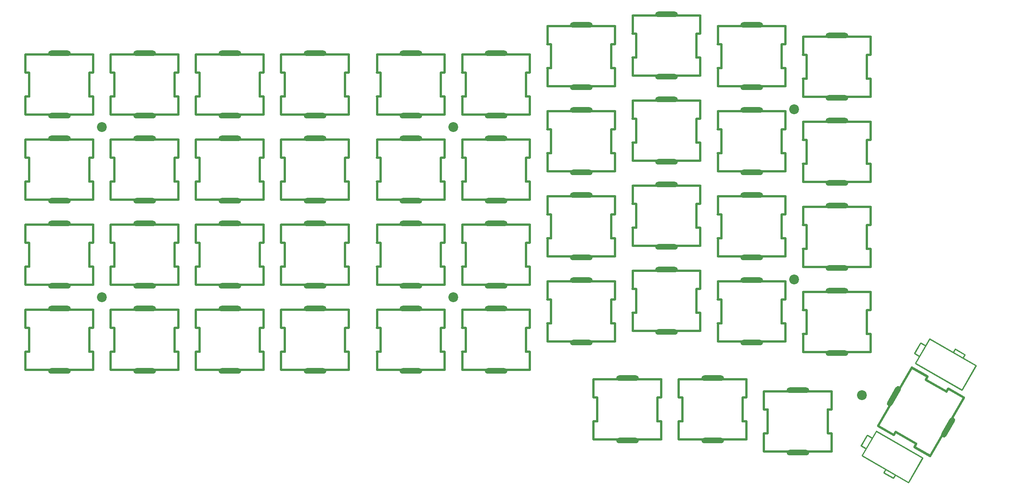
<source format=gbr>
%TF.GenerationSoftware,KiCad,Pcbnew,(5.1.9-0-10_14)*%
%TF.CreationDate,2021-04-25T18:45:20-05:00*%
%TF.ProjectId,wren-numpad,7772656e-2d6e-4756-9d70-61642e6b6963,rev?*%
%TF.SameCoordinates,Original*%
%TF.FileFunction,Soldermask,Bot*%
%TF.FilePolarity,Negative*%
%FSLAX46Y46*%
G04 Gerber Fmt 4.6, Leading zero omitted, Abs format (unit mm)*
G04 Created by KiCad (PCBNEW (5.1.9-0-10_14)) date 2021-04-25 18:45:20*
%MOMM*%
%LPD*%
G01*
G04 APERTURE LIST*
%ADD10O,1.333500X0.508000*%
%ADD11O,5.080000X1.270000*%
%ADD12O,0.508000X5.842000*%
%ADD13O,0.508000X4.572000*%
%ADD14O,15.595600X0.508000*%
%ADD15C,2.200000*%
G04 APERTURE END LIST*
%TO.C,REF\u002A\u002A*%
G36*
G01*
X239483904Y-94215117D02*
X239483904Y-94215117D01*
G75*
G02*
X239539686Y-94423299I-76200J-131982D01*
G01*
X238168086Y-96798979D01*
G75*
G02*
X237959904Y-96854761I-131982J76200D01*
G01*
X237959904Y-96854761D01*
G75*
G02*
X237904122Y-96646579I76200J131982D01*
G01*
X239275722Y-94270899D01*
G75*
G02*
X239483904Y-94215117I131982J-76200D01*
G01*
G37*
G36*
G01*
X238178295Y-96628897D02*
X239190159Y-97213097D01*
G75*
G02*
X239245941Y-97421279I-76200J-131982D01*
G01*
X239245941Y-97421279D01*
G75*
G02*
X239037759Y-97477061I-131982J76200D01*
G01*
X238025895Y-96892861D01*
G75*
G02*
X237970113Y-96684679I76200J131982D01*
G01*
X237970113Y-96684679D01*
G75*
G02*
X238178295Y-96628897I131982J-76200D01*
G01*
G37*
G36*
G01*
X239549895Y-94253216D02*
X240561759Y-94837416D01*
G75*
G02*
X240617541Y-95045598I-76200J-131982D01*
G01*
X240617541Y-95045598D01*
G75*
G02*
X240409359Y-95101380I-131982J76200D01*
G01*
X239397495Y-94517180D01*
G75*
G02*
X239341713Y-94308998I76200J131982D01*
G01*
X239341713Y-94308998D01*
G75*
G02*
X239549895Y-94253216I131982J-76200D01*
G01*
G37*
G36*
G01*
X247240541Y-95613826D02*
X247240541Y-95613826D01*
G75*
G02*
X247296323Y-95822008I-76200J-131982D01*
G01*
X246864523Y-96569908D01*
G75*
G02*
X246656341Y-96625690I-131982J76200D01*
G01*
X246656341Y-96625690D01*
G75*
G02*
X246600559Y-96417508I76200J131982D01*
G01*
X247032359Y-95669608D01*
G75*
G02*
X247240541Y-95613826I131982J-76200D01*
G01*
G37*
G36*
G01*
X241529451Y-93313726D02*
X241529451Y-93313726D01*
G75*
G02*
X241585233Y-93521908I-76200J-131982D01*
G01*
X238410233Y-99021170D01*
G75*
G02*
X238202051Y-99076952I-131982J76200D01*
G01*
X238202051Y-99076952D01*
G75*
G02*
X238146269Y-98868770I76200J131982D01*
G01*
X241321269Y-93369508D01*
G75*
G02*
X241529451Y-93313726I131982J-76200D01*
G01*
G37*
G36*
G01*
X238354450Y-98812987D02*
X248737056Y-104807387D01*
G75*
G02*
X248792838Y-105015569I-76200J-131982D01*
G01*
X248792838Y-105015569D01*
G75*
G02*
X248584656Y-105071351I-131982J76200D01*
G01*
X238202050Y-99076951D01*
G75*
G02*
X238146268Y-98868769I76200J131982D01*
G01*
X238146268Y-98868769D01*
G75*
G02*
X238354450Y-98812987I131982J-76200D01*
G01*
G37*
G36*
G01*
X241529450Y-93313726D02*
X251912056Y-99308126D01*
G75*
G02*
X251967838Y-99516308I-76200J-131982D01*
G01*
X251967838Y-99516308D01*
G75*
G02*
X251759656Y-99572090I-131982J76200D01*
G01*
X241377050Y-93577690D01*
G75*
G02*
X241321268Y-93369508I76200J131982D01*
G01*
X241321268Y-93369508D01*
G75*
G02*
X241529450Y-93313726I131982J-76200D01*
G01*
G37*
G36*
G01*
X247240542Y-95613827D02*
X249396252Y-96858427D01*
G75*
G02*
X249452034Y-97066609I-76200J-131982D01*
G01*
X249452034Y-97066609D01*
G75*
G02*
X249243852Y-97122391I-131982J76200D01*
G01*
X247088142Y-95877791D01*
G75*
G02*
X247032360Y-95669609I76200J131982D01*
G01*
X247032360Y-95669609D01*
G75*
G02*
X247240542Y-95613827I131982J-76200D01*
G01*
G37*
G36*
G01*
X249396252Y-96858426D02*
X249396252Y-96858426D01*
G75*
G02*
X249452034Y-97066608I-76200J-131982D01*
G01*
X249020234Y-97814508D01*
G75*
G02*
X248812052Y-97870290I-131982J76200D01*
G01*
X248812052Y-97870290D01*
G75*
G02*
X248756270Y-97662108I76200J131982D01*
G01*
X249188070Y-96914208D01*
G75*
G02*
X249396252Y-96858426I131982J-76200D01*
G01*
G37*
G36*
G01*
X251912056Y-99308126D02*
X251912056Y-99308126D01*
G75*
G02*
X251967838Y-99516308I-76200J-131982D01*
G01*
X248792838Y-105015570D01*
G75*
G02*
X248584656Y-105071352I-131982J76200D01*
G01*
X248584656Y-105071352D01*
G75*
G02*
X248528874Y-104863170I76200J131982D01*
G01*
X251703874Y-99363908D01*
G75*
G02*
X251912056Y-99308126I131982J-76200D01*
G01*
G37*
G36*
G01*
X231695741Y-122538210D02*
X231695741Y-122538210D01*
G75*
G02*
X231751523Y-122746392I-76200J-131982D01*
G01*
X231319723Y-123494292D01*
G75*
G02*
X231111541Y-123550074I-131982J76200D01*
G01*
X231111541Y-123550074D01*
G75*
G02*
X231055759Y-123341892I76200J131982D01*
G01*
X231487559Y-122593992D01*
G75*
G02*
X231695741Y-122538210I131982J-76200D01*
G01*
G37*
G36*
G01*
X226240295Y-117306120D02*
X227252159Y-117890320D01*
G75*
G02*
X227307941Y-118098502I-76200J-131982D01*
G01*
X227307941Y-118098502D01*
G75*
G02*
X227099759Y-118154284I-131982J76200D01*
G01*
X226087895Y-117570084D01*
G75*
G02*
X226032113Y-117361902I76200J131982D01*
G01*
X226032113Y-117361902D01*
G75*
G02*
X226240295Y-117306120I131982J-76200D01*
G01*
G37*
G36*
G01*
X233851452Y-123782810D02*
X233851452Y-123782810D01*
G75*
G02*
X233907234Y-123990992I-76200J-131982D01*
G01*
X233475434Y-124738892D01*
G75*
G02*
X233267252Y-124794674I-131982J76200D01*
G01*
X233267252Y-124794674D01*
G75*
G02*
X233211470Y-124586492I76200J131982D01*
G01*
X233643270Y-123838592D01*
G75*
G02*
X233851452Y-123782810I131982J-76200D01*
G01*
G37*
G36*
G01*
X227611895Y-114930439D02*
X228623759Y-115514639D01*
G75*
G02*
X228679541Y-115722821I-76200J-131982D01*
G01*
X228679541Y-115722821D01*
G75*
G02*
X228471359Y-115778603I-131982J76200D01*
G01*
X227459495Y-115194403D01*
G75*
G02*
X227403713Y-114986221I76200J131982D01*
G01*
X227403713Y-114986221D01*
G75*
G02*
X227611895Y-114930439I131982J-76200D01*
G01*
G37*
G36*
G01*
X231263942Y-123286109D02*
X233419652Y-124530709D01*
G75*
G02*
X233475434Y-124738891I-76200J-131982D01*
G01*
X233475434Y-124738891D01*
G75*
G02*
X233267252Y-124794673I-131982J76200D01*
G01*
X231111542Y-123550073D01*
G75*
G02*
X231055760Y-123341891I76200J131982D01*
G01*
X231055760Y-123341891D01*
G75*
G02*
X231263942Y-123286109I131982J-76200D01*
G01*
G37*
G36*
G01*
X226416450Y-119490210D02*
X236799056Y-125484610D01*
G75*
G02*
X236854838Y-125692792I-76200J-131982D01*
G01*
X236854838Y-125692792D01*
G75*
G02*
X236646656Y-125748574I-131982J76200D01*
G01*
X226264050Y-119754174D01*
G75*
G02*
X226208268Y-119545992I76200J131982D01*
G01*
X226208268Y-119545992D01*
G75*
G02*
X226416450Y-119490210I131982J-76200D01*
G01*
G37*
G36*
G01*
X229591451Y-113990948D02*
X229591451Y-113990948D01*
G75*
G02*
X229647233Y-114199130I-76200J-131982D01*
G01*
X226472233Y-119698392D01*
G75*
G02*
X226264051Y-119754174I-131982J76200D01*
G01*
X226264051Y-119754174D01*
G75*
G02*
X226208269Y-119545992I76200J131982D01*
G01*
X229383269Y-114046730D01*
G75*
G02*
X229591451Y-113990948I131982J-76200D01*
G01*
G37*
G36*
G01*
X229591450Y-113990949D02*
X239974056Y-119985349D01*
G75*
G02*
X240029838Y-120193531I-76200J-131982D01*
G01*
X240029838Y-120193531D01*
G75*
G02*
X239821656Y-120249313I-131982J76200D01*
G01*
X229439050Y-114254913D01*
G75*
G02*
X229383268Y-114046731I76200J131982D01*
G01*
X229383268Y-114046731D01*
G75*
G02*
X229591450Y-113990949I131982J-76200D01*
G01*
G37*
G36*
G01*
X239974056Y-119985348D02*
X239974056Y-119985348D01*
G75*
G02*
X240029838Y-120193530I-76200J-131982D01*
G01*
X236854838Y-125692792D01*
G75*
G02*
X236646656Y-125748574I-131982J76200D01*
G01*
X236646656Y-125748574D01*
G75*
G02*
X236590874Y-125540392I76200J131982D01*
G01*
X239765874Y-120041130D01*
G75*
G02*
X239974056Y-119985348I131982J-76200D01*
G01*
G37*
G36*
G01*
X227545904Y-114892339D02*
X227545904Y-114892339D01*
G75*
G02*
X227601686Y-115100521I-76200J-131982D01*
G01*
X226230086Y-117476201D01*
G75*
G02*
X226021904Y-117531983I-131982J76200D01*
G01*
X226021904Y-117531983D01*
G75*
G02*
X225966122Y-117323801I76200J131982D01*
G01*
X227337722Y-114948121D01*
G75*
G02*
X227545904Y-114892339I131982J-76200D01*
G01*
G37*
%TD*%
D10*
%TO.C,MX21*%
X227806250Y-73310750D03*
X213518750Y-73310750D03*
X227806250Y-67976750D03*
X213518750Y-67976750D03*
D11*
X220662500Y-77628750D03*
X220662500Y-63658750D03*
D12*
X213931500Y-70643750D03*
X227393500Y-70643750D03*
D13*
X213106000Y-75342750D03*
X228219000Y-75342750D03*
X228219000Y-65944750D03*
X213106000Y-65944750D03*
D14*
X220662500Y-77374750D03*
X220662500Y-63912750D03*
%TD*%
%TO.C,MX41*%
G36*
G01*
X245032190Y-105484003D02*
X245032190Y-105484003D01*
G75*
G02*
X244939220Y-105137033I127000J219970D01*
G01*
X245351970Y-104422129D01*
G75*
G02*
X245698940Y-104329159I219970J-127000D01*
G01*
X245698940Y-104329159D01*
G75*
G02*
X245791910Y-104676129I-127000J-219970D01*
G01*
X245379160Y-105391033D01*
G75*
G02*
X245032190Y-105484003I-219970J127000D01*
G01*
G37*
G36*
G01*
X237888440Y-117857341D02*
X237888440Y-117857341D01*
G75*
G02*
X237795470Y-117510371I127000J219970D01*
G01*
X238208220Y-116795467D01*
G75*
G02*
X238555190Y-116702497I219970J-127000D01*
G01*
X238555190Y-116702497D01*
G75*
G02*
X238648160Y-117049467I-127000J-219970D01*
G01*
X238235410Y-117764371D01*
G75*
G02*
X237888440Y-117857341I-219970J127000D01*
G01*
G37*
G36*
G01*
X240412810Y-102817003D02*
X240412810Y-102817003D01*
G75*
G02*
X240319840Y-102470033I127000J219970D01*
G01*
X240732590Y-101755129D01*
G75*
G02*
X241079560Y-101662159I219970J-127000D01*
G01*
X241079560Y-101662159D01*
G75*
G02*
X241172530Y-102009129I-127000J-219970D01*
G01*
X240759780Y-102724033D01*
G75*
G02*
X240412810Y-102817003I-219970J127000D01*
G01*
G37*
G36*
G01*
X233269060Y-115190341D02*
X233269060Y-115190341D01*
G75*
G02*
X233176090Y-114843371I127000J219970D01*
G01*
X233588840Y-114128467D01*
G75*
G02*
X233935810Y-114035497I219970J-127000D01*
G01*
X233935810Y-114035497D01*
G75*
G02*
X234028780Y-114382467I-127000J-219970D01*
G01*
X233616030Y-115097371D01*
G75*
G02*
X233269060Y-115190341I-219970J127000D01*
G01*
G37*
G36*
G01*
X244263187Y-115451954D02*
X244263187Y-115451954D01*
G75*
G02*
X244030761Y-114584528I317500J549926D01*
G01*
X245935761Y-111284972D01*
G75*
G02*
X246803187Y-111052546I549926J-317500D01*
G01*
X246803187Y-111052546D01*
G75*
G02*
X247035613Y-111919972I-317500J-549926D01*
G01*
X245130613Y-115219528D01*
G75*
G02*
X244263187Y-115451954I-549926J317500D01*
G01*
G37*
G36*
G01*
X232164813Y-108466954D02*
X232164813Y-108466954D01*
G75*
G02*
X231932387Y-107599528I317500J549926D01*
G01*
X233837387Y-104299972D01*
G75*
G02*
X234704813Y-104067546I549926J-317500D01*
G01*
X234704813Y-104067546D01*
G75*
G02*
X234937239Y-104934972I-317500J-549926D01*
G01*
X233032239Y-108234528D01*
G75*
G02*
X232164813Y-108466954I-549926J317500D01*
G01*
G37*
G36*
G01*
X238301190Y-117142437D02*
X233681810Y-114475437D01*
G75*
G02*
X233588840Y-114128467I127000J219970D01*
G01*
X233588840Y-114128467D01*
G75*
G02*
X233935810Y-114035497I219970J-127000D01*
G01*
X238555190Y-116702497D01*
G75*
G02*
X238648160Y-117049467I-127000J-219970D01*
G01*
X238648160Y-117049467D01*
G75*
G02*
X238301190Y-117142437I-219970J127000D01*
G01*
G37*
G36*
G01*
X245032190Y-105484003D02*
X240412810Y-102817003D01*
G75*
G02*
X240319840Y-102470033I127000J219970D01*
G01*
X240319840Y-102470033D01*
G75*
G02*
X240666810Y-102377063I219970J-127000D01*
G01*
X245286190Y-105044063D01*
G75*
G02*
X245379160Y-105391033I-127000J-219970D01*
G01*
X245379160Y-105391033D01*
G75*
G02*
X245032190Y-105484003I-219970J127000D01*
G01*
G37*
G36*
G01*
X241407967Y-119889341D02*
X237888439Y-117857341D01*
G75*
G02*
X237795469Y-117510371I127000J219970D01*
G01*
X237795469Y-117510371D01*
G75*
G02*
X238142439Y-117417401I219970J-127000D01*
G01*
X241661967Y-119449401D01*
G75*
G02*
X241754937Y-119796371I-127000J-219970D01*
G01*
X241754937Y-119796371D01*
G75*
G02*
X241407967Y-119889341I-219970J127000D01*
G01*
G37*
G36*
G01*
X248964467Y-106801099D02*
X245444939Y-104769099D01*
G75*
G02*
X245351969Y-104422129I127000J219970D01*
G01*
X245351969Y-104422129D01*
G75*
G02*
X245698939Y-104329159I219970J-127000D01*
G01*
X249218467Y-106361159D01*
G75*
G02*
X249311437Y-106708129I-127000J-219970D01*
G01*
X249311437Y-106708129D01*
G75*
G02*
X248964467Y-106801099I-219970J127000D01*
G01*
G37*
G36*
G01*
X240825561Y-102102099D02*
X237306033Y-100070099D01*
G75*
G02*
X237213063Y-99723129I127000J219970D01*
G01*
X237213063Y-99723129D01*
G75*
G02*
X237560033Y-99630159I219970J-127000D01*
G01*
X241079561Y-101662159D01*
G75*
G02*
X241172531Y-102009129I-127000J-219970D01*
G01*
X241172531Y-102009129D01*
G75*
G02*
X240825561Y-102102099I-219970J127000D01*
G01*
G37*
G36*
G01*
X233269061Y-115190341D02*
X229749533Y-113158341D01*
G75*
G02*
X229656563Y-112811371I127000J219970D01*
G01*
X229656563Y-112811371D01*
G75*
G02*
X230003533Y-112718401I219970J-127000D01*
G01*
X233523061Y-114750401D01*
G75*
G02*
X233616031Y-115097371I-127000J-219970D01*
G01*
X233616031Y-115097371D01*
G75*
G02*
X233269061Y-115190341I-219970J127000D01*
G01*
G37*
G36*
G01*
X241414317Y-119878342D02*
X241414317Y-119878342D01*
G75*
G02*
X241321347Y-119531372I127000J219970D01*
G01*
X248865147Y-106465128D01*
G75*
G02*
X249212117Y-106372158I219970J-127000D01*
G01*
X249212117Y-106372158D01*
G75*
G02*
X249305087Y-106719128I-127000J-219970D01*
G01*
X241761287Y-119785372D01*
G75*
G02*
X241414317Y-119878342I-219970J127000D01*
G01*
G37*
G36*
G01*
X229755883Y-113147342D02*
X229755883Y-113147342D01*
G75*
G02*
X229662913Y-112800372I127000J219970D01*
G01*
X237206713Y-99734128D01*
G75*
G02*
X237553683Y-99641158I219970J-127000D01*
G01*
X237553683Y-99641158D01*
G75*
G02*
X237646653Y-99988128I-127000J-219970D01*
G01*
X230102853Y-113054372D01*
G75*
G02*
X229755883Y-113147342I-219970J127000D01*
G01*
G37*
%TD*%
D10*
%TO.C,MX10*%
X53975000Y-39179500D03*
X39687500Y-39179500D03*
X53975000Y-33845500D03*
X39687500Y-33845500D03*
D11*
X46831250Y-43497500D03*
X46831250Y-29527500D03*
D12*
X40100250Y-36512500D03*
X53562250Y-36512500D03*
D13*
X39274750Y-41211500D03*
X54387750Y-41211500D03*
X54387750Y-31813500D03*
X39274750Y-31813500D03*
D14*
X46831250Y-43243500D03*
X46831250Y-29781500D03*
%TD*%
D10*
%TO.C,MX15*%
X151606250Y-58229500D03*
X137318750Y-58229500D03*
X151606250Y-52895500D03*
X137318750Y-52895500D03*
D11*
X144462500Y-62547500D03*
X144462500Y-48577500D03*
D12*
X137731500Y-55562500D03*
X151193500Y-55562500D03*
D13*
X136906000Y-60261500D03*
X152019000Y-60261500D03*
X152019000Y-50863500D03*
X136906000Y-50863500D03*
D14*
X144462500Y-62293500D03*
X144462500Y-48831500D03*
%TD*%
D10*
%TO.C,MX44*%
X180968750Y-111918750D03*
X166681250Y-111918750D03*
X180968750Y-106584750D03*
X166681250Y-106584750D03*
D11*
X173825000Y-116236750D03*
X173825000Y-102266750D03*
D12*
X167094000Y-109251750D03*
X180556000Y-109251750D03*
D13*
X166268500Y-113950750D03*
X181381500Y-113950750D03*
X181381500Y-104552750D03*
X166268500Y-104552750D03*
D14*
X173825000Y-115982750D03*
X173825000Y-102520750D03*
%TD*%
D10*
%TO.C,MX43*%
X200018750Y-111918750D03*
X185731250Y-111918750D03*
X200018750Y-106584750D03*
X185731250Y-106584750D03*
D11*
X192875000Y-116236750D03*
X192875000Y-102266750D03*
D12*
X186144000Y-109251750D03*
X199606000Y-109251750D03*
D13*
X185318500Y-113950750D03*
X200431500Y-113950750D03*
X200431500Y-104552750D03*
X185318500Y-104552750D03*
D14*
X192875000Y-115982750D03*
X192875000Y-102520750D03*
%TD*%
D10*
%TO.C,MX42*%
X219068750Y-114585750D03*
X204781250Y-114585750D03*
X219068750Y-109251750D03*
X204781250Y-109251750D03*
D11*
X211925000Y-118903750D03*
X211925000Y-104933750D03*
D12*
X205194000Y-111918750D03*
X218656000Y-111918750D03*
D13*
X204368500Y-116617750D03*
X219481500Y-116617750D03*
X219481500Y-107219750D03*
X204368500Y-107219750D03*
D14*
X211925000Y-118649750D03*
X211925000Y-105187750D03*
%TD*%
D10*
%TO.C,MX40*%
X53975000Y-96329500D03*
X39687500Y-96329500D03*
X53975000Y-90995500D03*
X39687500Y-90995500D03*
D11*
X46831250Y-100647500D03*
X46831250Y-86677500D03*
D12*
X40100250Y-93662500D03*
X53562250Y-93662500D03*
D13*
X39274750Y-98361500D03*
X54387750Y-98361500D03*
X54387750Y-88963500D03*
X39274750Y-88963500D03*
D14*
X46831250Y-100393500D03*
X46831250Y-86931500D03*
%TD*%
D10*
%TO.C,MX39*%
X73025000Y-96329500D03*
X58737500Y-96329500D03*
X73025000Y-90995500D03*
X58737500Y-90995500D03*
D11*
X65881250Y-100647500D03*
X65881250Y-86677500D03*
D12*
X59150250Y-93662500D03*
X72612250Y-93662500D03*
D13*
X58324750Y-98361500D03*
X73437750Y-98361500D03*
X73437750Y-88963500D03*
X58324750Y-88963500D03*
D14*
X65881250Y-100393500D03*
X65881250Y-86931500D03*
%TD*%
D10*
%TO.C,MX38*%
X92075000Y-96329500D03*
X77787500Y-96329500D03*
X92075000Y-90995500D03*
X77787500Y-90995500D03*
D11*
X84931250Y-100647500D03*
X84931250Y-86677500D03*
D12*
X78200250Y-93662500D03*
X91662250Y-93662500D03*
D13*
X77374750Y-98361500D03*
X92487750Y-98361500D03*
X92487750Y-88963500D03*
X77374750Y-88963500D03*
D14*
X84931250Y-100393500D03*
X84931250Y-86931500D03*
%TD*%
D10*
%TO.C,MX37*%
X111125000Y-96329500D03*
X96837500Y-96329500D03*
X111125000Y-90995500D03*
X96837500Y-90995500D03*
D11*
X103981250Y-100647500D03*
X103981250Y-86677500D03*
D12*
X97250250Y-93662500D03*
X110712250Y-93662500D03*
D13*
X96424750Y-98361500D03*
X111537750Y-98361500D03*
X111537750Y-88963500D03*
X96424750Y-88963500D03*
D14*
X103981250Y-100393500D03*
X103981250Y-86931500D03*
%TD*%
D10*
%TO.C,MX36*%
X132556250Y-96329500D03*
X118268750Y-96329500D03*
X132556250Y-90995500D03*
X118268750Y-90995500D03*
D11*
X125412500Y-100647500D03*
X125412500Y-86677500D03*
D12*
X118681500Y-93662500D03*
X132143500Y-93662500D03*
D13*
X117856000Y-98361500D03*
X132969000Y-98361500D03*
X132969000Y-88963500D03*
X117856000Y-88963500D03*
D14*
X125412500Y-100393500D03*
X125412500Y-86931500D03*
%TD*%
D10*
%TO.C,MX35*%
X151606250Y-96329500D03*
X137318750Y-96329500D03*
X151606250Y-90995500D03*
X137318750Y-90995500D03*
D11*
X144462500Y-100647500D03*
X144462500Y-86677500D03*
D12*
X137731500Y-93662500D03*
X151193500Y-93662500D03*
D13*
X136906000Y-98361500D03*
X152019000Y-98361500D03*
X152019000Y-88963500D03*
X136906000Y-88963500D03*
D14*
X144462500Y-100393500D03*
X144462500Y-86931500D03*
%TD*%
D10*
%TO.C,MX34*%
X170656250Y-89979500D03*
X156368750Y-89979500D03*
X170656250Y-84645500D03*
X156368750Y-84645500D03*
D11*
X163512500Y-94297500D03*
X163512500Y-80327500D03*
D12*
X156781500Y-87312500D03*
X170243500Y-87312500D03*
D13*
X155956000Y-92011500D03*
X171069000Y-92011500D03*
X171069000Y-82613500D03*
X155956000Y-82613500D03*
D14*
X163512500Y-94043500D03*
X163512500Y-80581500D03*
%TD*%
D10*
%TO.C,MX33*%
X189706250Y-87598250D03*
X175418750Y-87598250D03*
X189706250Y-82264250D03*
X175418750Y-82264250D03*
D11*
X182562500Y-91916250D03*
X182562500Y-77946250D03*
D12*
X175831500Y-84931250D03*
X189293500Y-84931250D03*
D13*
X175006000Y-89630250D03*
X190119000Y-89630250D03*
X190119000Y-80232250D03*
X175006000Y-80232250D03*
D14*
X182562500Y-91662250D03*
X182562500Y-78200250D03*
%TD*%
D10*
%TO.C,MX32*%
X208756250Y-89979500D03*
X194468750Y-89979500D03*
X208756250Y-84645500D03*
X194468750Y-84645500D03*
D11*
X201612500Y-94297500D03*
X201612500Y-80327500D03*
D12*
X194881500Y-87312500D03*
X208343500Y-87312500D03*
D13*
X194056000Y-92011500D03*
X209169000Y-92011500D03*
X209169000Y-82613500D03*
X194056000Y-82613500D03*
D14*
X201612500Y-94043500D03*
X201612500Y-80581500D03*
%TD*%
D10*
%TO.C,MX31*%
X227806250Y-92360750D03*
X213518750Y-92360750D03*
X227806250Y-87026750D03*
X213518750Y-87026750D03*
D11*
X220662500Y-96678750D03*
X220662500Y-82708750D03*
D12*
X213931500Y-89693750D03*
X227393500Y-89693750D03*
D13*
X213106000Y-94392750D03*
X228219000Y-94392750D03*
X228219000Y-84994750D03*
X213106000Y-84994750D03*
D14*
X220662500Y-96424750D03*
X220662500Y-82962750D03*
%TD*%
D10*
%TO.C,MX30*%
X53975000Y-77279500D03*
X39687500Y-77279500D03*
X53975000Y-71945500D03*
X39687500Y-71945500D03*
D11*
X46831250Y-81597500D03*
X46831250Y-67627500D03*
D12*
X40100250Y-74612500D03*
X53562250Y-74612500D03*
D13*
X39274750Y-79311500D03*
X54387750Y-79311500D03*
X54387750Y-69913500D03*
X39274750Y-69913500D03*
D14*
X46831250Y-81343500D03*
X46831250Y-67881500D03*
%TD*%
D10*
%TO.C,MX29*%
X73025000Y-77279500D03*
X58737500Y-77279500D03*
X73025000Y-71945500D03*
X58737500Y-71945500D03*
D11*
X65881250Y-81597500D03*
X65881250Y-67627500D03*
D12*
X59150250Y-74612500D03*
X72612250Y-74612500D03*
D13*
X58324750Y-79311500D03*
X73437750Y-79311500D03*
X73437750Y-69913500D03*
X58324750Y-69913500D03*
D14*
X65881250Y-81343500D03*
X65881250Y-67881500D03*
%TD*%
D10*
%TO.C,MX28*%
X92075000Y-77279500D03*
X77787500Y-77279500D03*
X92075000Y-71945500D03*
X77787500Y-71945500D03*
D11*
X84931250Y-81597500D03*
X84931250Y-67627500D03*
D12*
X78200250Y-74612500D03*
X91662250Y-74612500D03*
D13*
X77374750Y-79311500D03*
X92487750Y-79311500D03*
X92487750Y-69913500D03*
X77374750Y-69913500D03*
D14*
X84931250Y-81343500D03*
X84931250Y-67881500D03*
%TD*%
D10*
%TO.C,MX27*%
X111125000Y-77279500D03*
X96837500Y-77279500D03*
X111125000Y-71945500D03*
X96837500Y-71945500D03*
D11*
X103981250Y-81597500D03*
X103981250Y-67627500D03*
D12*
X97250250Y-74612500D03*
X110712250Y-74612500D03*
D13*
X96424750Y-79311500D03*
X111537750Y-79311500D03*
X111537750Y-69913500D03*
X96424750Y-69913500D03*
D14*
X103981250Y-81343500D03*
X103981250Y-67881500D03*
%TD*%
D10*
%TO.C,MX26*%
X132556250Y-77279500D03*
X118268750Y-77279500D03*
X132556250Y-71945500D03*
X118268750Y-71945500D03*
D11*
X125412500Y-81597500D03*
X125412500Y-67627500D03*
D12*
X118681500Y-74612500D03*
X132143500Y-74612500D03*
D13*
X117856000Y-79311500D03*
X132969000Y-79311500D03*
X132969000Y-69913500D03*
X117856000Y-69913500D03*
D14*
X125412500Y-81343500D03*
X125412500Y-67881500D03*
%TD*%
D10*
%TO.C,MX25*%
X151606250Y-77279500D03*
X137318750Y-77279500D03*
X151606250Y-71945500D03*
X137318750Y-71945500D03*
D11*
X144462500Y-81597500D03*
X144462500Y-67627500D03*
D12*
X137731500Y-74612500D03*
X151193500Y-74612500D03*
D13*
X136906000Y-79311500D03*
X152019000Y-79311500D03*
X152019000Y-69913500D03*
X136906000Y-69913500D03*
D14*
X144462500Y-81343500D03*
X144462500Y-67881500D03*
%TD*%
D10*
%TO.C,MX24*%
X170656250Y-70929500D03*
X156368750Y-70929500D03*
X170656250Y-65595500D03*
X156368750Y-65595500D03*
D11*
X163512500Y-75247500D03*
X163512500Y-61277500D03*
D12*
X156781500Y-68262500D03*
X170243500Y-68262500D03*
D13*
X155956000Y-72961500D03*
X171069000Y-72961500D03*
X171069000Y-63563500D03*
X155956000Y-63563500D03*
D14*
X163512500Y-74993500D03*
X163512500Y-61531500D03*
%TD*%
D10*
%TO.C,MX23*%
X189706250Y-68548250D03*
X175418750Y-68548250D03*
X189706250Y-63214250D03*
X175418750Y-63214250D03*
D11*
X182562500Y-72866250D03*
X182562500Y-58896250D03*
D12*
X175831500Y-65881250D03*
X189293500Y-65881250D03*
D13*
X175006000Y-70580250D03*
X190119000Y-70580250D03*
X190119000Y-61182250D03*
X175006000Y-61182250D03*
D14*
X182562500Y-72612250D03*
X182562500Y-59150250D03*
%TD*%
D10*
%TO.C,MX22*%
X208756250Y-70929500D03*
X194468750Y-70929500D03*
X208756250Y-65595500D03*
X194468750Y-65595500D03*
D11*
X201612500Y-75247500D03*
X201612500Y-61277500D03*
D12*
X194881500Y-68262500D03*
X208343500Y-68262500D03*
D13*
X194056000Y-72961500D03*
X209169000Y-72961500D03*
X209169000Y-63563500D03*
X194056000Y-63563500D03*
D14*
X201612500Y-74993500D03*
X201612500Y-61531500D03*
%TD*%
D10*
%TO.C,MX20*%
X53975000Y-58229500D03*
X39687500Y-58229500D03*
X53975000Y-52895500D03*
X39687500Y-52895500D03*
D11*
X46831250Y-62547500D03*
X46831250Y-48577500D03*
D12*
X40100250Y-55562500D03*
X53562250Y-55562500D03*
D13*
X39274750Y-60261500D03*
X54387750Y-60261500D03*
X54387750Y-50863500D03*
X39274750Y-50863500D03*
D14*
X46831250Y-62293500D03*
X46831250Y-48831500D03*
%TD*%
D10*
%TO.C,MX19*%
X73025000Y-58229500D03*
X58737500Y-58229500D03*
X73025000Y-52895500D03*
X58737500Y-52895500D03*
D11*
X65881250Y-62547500D03*
X65881250Y-48577500D03*
D12*
X59150250Y-55562500D03*
X72612250Y-55562500D03*
D13*
X58324750Y-60261500D03*
X73437750Y-60261500D03*
X73437750Y-50863500D03*
X58324750Y-50863500D03*
D14*
X65881250Y-62293500D03*
X65881250Y-48831500D03*
%TD*%
D10*
%TO.C,MX18*%
X92075000Y-58229500D03*
X77787500Y-58229500D03*
X92075000Y-52895500D03*
X77787500Y-52895500D03*
D11*
X84931250Y-62547500D03*
X84931250Y-48577500D03*
D12*
X78200250Y-55562500D03*
X91662250Y-55562500D03*
D13*
X77374750Y-60261500D03*
X92487750Y-60261500D03*
X92487750Y-50863500D03*
X77374750Y-50863500D03*
D14*
X84931250Y-62293500D03*
X84931250Y-48831500D03*
%TD*%
D10*
%TO.C,MX17*%
X111125000Y-58229500D03*
X96837500Y-58229500D03*
X111125000Y-52895500D03*
X96837500Y-52895500D03*
D11*
X103981250Y-62547500D03*
X103981250Y-48577500D03*
D12*
X97250250Y-55562500D03*
X110712250Y-55562500D03*
D13*
X96424750Y-60261500D03*
X111537750Y-60261500D03*
X111537750Y-50863500D03*
X96424750Y-50863500D03*
D14*
X103981250Y-62293500D03*
X103981250Y-48831500D03*
%TD*%
D10*
%TO.C,MX16*%
X132556250Y-58229500D03*
X118268750Y-58229500D03*
X132556250Y-52895500D03*
X118268750Y-52895500D03*
D11*
X125412500Y-62547500D03*
X125412500Y-48577500D03*
D12*
X118681500Y-55562500D03*
X132143500Y-55562500D03*
D13*
X117856000Y-60261500D03*
X132969000Y-60261500D03*
X132969000Y-50863500D03*
X117856000Y-50863500D03*
D14*
X125412500Y-62293500D03*
X125412500Y-48831500D03*
%TD*%
D10*
%TO.C,MX14*%
X170656250Y-51879500D03*
X156368750Y-51879500D03*
X170656250Y-46545500D03*
X156368750Y-46545500D03*
D11*
X163512500Y-56197500D03*
X163512500Y-42227500D03*
D12*
X156781500Y-49212500D03*
X170243500Y-49212500D03*
D13*
X155956000Y-53911500D03*
X171069000Y-53911500D03*
X171069000Y-44513500D03*
X155956000Y-44513500D03*
D14*
X163512500Y-55943500D03*
X163512500Y-42481500D03*
%TD*%
D10*
%TO.C,MX13*%
X189706250Y-49498250D03*
X175418750Y-49498250D03*
X189706250Y-44164250D03*
X175418750Y-44164250D03*
D11*
X182562500Y-53816250D03*
X182562500Y-39846250D03*
D12*
X175831500Y-46831250D03*
X189293500Y-46831250D03*
D13*
X175006000Y-51530250D03*
X190119000Y-51530250D03*
X190119000Y-42132250D03*
X175006000Y-42132250D03*
D14*
X182562500Y-53562250D03*
X182562500Y-40100250D03*
%TD*%
D10*
%TO.C,MX12*%
X208756250Y-51879500D03*
X194468750Y-51879500D03*
X208756250Y-46545500D03*
X194468750Y-46545500D03*
D11*
X201612500Y-56197500D03*
X201612500Y-42227500D03*
D12*
X194881500Y-49212500D03*
X208343500Y-49212500D03*
D13*
X194056000Y-53911500D03*
X209169000Y-53911500D03*
X209169000Y-44513500D03*
X194056000Y-44513500D03*
D14*
X201612500Y-55943500D03*
X201612500Y-42481500D03*
%TD*%
D10*
%TO.C,MX11*%
X227806250Y-54260750D03*
X213518750Y-54260750D03*
X227806250Y-48926750D03*
X213518750Y-48926750D03*
D11*
X220662500Y-58578750D03*
X220662500Y-44608750D03*
D12*
X213931500Y-51593750D03*
X227393500Y-51593750D03*
D13*
X213106000Y-56292750D03*
X228219000Y-56292750D03*
X228219000Y-46894750D03*
X213106000Y-46894750D03*
D14*
X220662500Y-58324750D03*
X220662500Y-44862750D03*
%TD*%
D10*
%TO.C,MX9*%
X73025000Y-39179500D03*
X58737500Y-39179500D03*
X73025000Y-33845500D03*
X58737500Y-33845500D03*
D11*
X65881250Y-43497500D03*
X65881250Y-29527500D03*
D12*
X59150250Y-36512500D03*
X72612250Y-36512500D03*
D13*
X58324750Y-41211500D03*
X73437750Y-41211500D03*
X73437750Y-31813500D03*
X58324750Y-31813500D03*
D14*
X65881250Y-43243500D03*
X65881250Y-29781500D03*
%TD*%
D10*
%TO.C,MX8*%
X92075000Y-39179500D03*
X77787500Y-39179500D03*
X92075000Y-33845500D03*
X77787500Y-33845500D03*
D11*
X84931250Y-43497500D03*
X84931250Y-29527500D03*
D12*
X78200250Y-36512500D03*
X91662250Y-36512500D03*
D13*
X77374750Y-41211500D03*
X92487750Y-41211500D03*
X92487750Y-31813500D03*
X77374750Y-31813500D03*
D14*
X84931250Y-43243500D03*
X84931250Y-29781500D03*
%TD*%
D10*
%TO.C,MX7*%
X111125000Y-39179500D03*
X96837500Y-39179500D03*
X111125000Y-33845500D03*
X96837500Y-33845500D03*
D11*
X103981250Y-43497500D03*
X103981250Y-29527500D03*
D12*
X97250250Y-36512500D03*
X110712250Y-36512500D03*
D13*
X96424750Y-41211500D03*
X111537750Y-41211500D03*
X111537750Y-31813500D03*
X96424750Y-31813500D03*
D14*
X103981250Y-43243500D03*
X103981250Y-29781500D03*
%TD*%
D10*
%TO.C,MX6*%
X132556250Y-39179500D03*
X118268750Y-39179500D03*
X132556250Y-33845500D03*
X118268750Y-33845500D03*
D11*
X125412500Y-43497500D03*
X125412500Y-29527500D03*
D12*
X118681500Y-36512500D03*
X132143500Y-36512500D03*
D13*
X117856000Y-41211500D03*
X132969000Y-41211500D03*
X132969000Y-31813500D03*
X117856000Y-31813500D03*
D14*
X125412500Y-43243500D03*
X125412500Y-29781500D03*
%TD*%
D10*
%TO.C,MX5*%
X151606250Y-39179500D03*
X137318750Y-39179500D03*
X151606250Y-33845500D03*
X137318750Y-33845500D03*
D11*
X144462500Y-43497500D03*
X144462500Y-29527500D03*
D12*
X137731500Y-36512500D03*
X151193500Y-36512500D03*
D13*
X136906000Y-41211500D03*
X152019000Y-41211500D03*
X152019000Y-31813500D03*
X136906000Y-31813500D03*
D14*
X144462500Y-43243500D03*
X144462500Y-29781500D03*
%TD*%
D10*
%TO.C,MX4*%
X170656250Y-32829500D03*
X156368750Y-32829500D03*
X170656250Y-27495500D03*
X156368750Y-27495500D03*
D11*
X163512500Y-37147500D03*
X163512500Y-23177500D03*
D12*
X156781500Y-30162500D03*
X170243500Y-30162500D03*
D13*
X155956000Y-34861500D03*
X171069000Y-34861500D03*
X171069000Y-25463500D03*
X155956000Y-25463500D03*
D14*
X163512500Y-36893500D03*
X163512500Y-23431500D03*
%TD*%
D10*
%TO.C,MX3*%
X189706250Y-30448250D03*
X175418750Y-30448250D03*
X189706250Y-25114250D03*
X175418750Y-25114250D03*
D11*
X182562500Y-34766250D03*
X182562500Y-20796250D03*
D12*
X175831500Y-27781250D03*
X189293500Y-27781250D03*
D13*
X175006000Y-32480250D03*
X190119000Y-32480250D03*
X190119000Y-23082250D03*
X175006000Y-23082250D03*
D14*
X182562500Y-34512250D03*
X182562500Y-21050250D03*
%TD*%
D10*
%TO.C,MX2*%
X208756250Y-32829500D03*
X194468750Y-32829500D03*
X208756250Y-27495500D03*
X194468750Y-27495500D03*
D11*
X201612500Y-37147500D03*
X201612500Y-23177500D03*
D12*
X194881500Y-30162500D03*
X208343500Y-30162500D03*
D13*
X194056000Y-34861500D03*
X209169000Y-34861500D03*
X209169000Y-25463500D03*
X194056000Y-25463500D03*
D14*
X201612500Y-36893500D03*
X201612500Y-23431500D03*
%TD*%
D10*
%TO.C,MX1*%
X227806250Y-35210750D03*
X213518750Y-35210750D03*
X227806250Y-29876750D03*
X213518750Y-29876750D03*
D11*
X220662500Y-39528750D03*
X220662500Y-25558750D03*
D12*
X213931500Y-32543750D03*
X227393500Y-32543750D03*
D13*
X213106000Y-37242750D03*
X228219000Y-37242750D03*
X228219000Y-27844750D03*
X213106000Y-27844750D03*
D14*
X220662500Y-39274750D03*
X220662500Y-25812750D03*
%TD*%
D15*
%TO.C,H7*%
X226250500Y-106013250D03*
%TD*%
%TO.C,H6*%
X211137500Y-80168750D03*
%TD*%
%TO.C,H5*%
X134937500Y-84137500D03*
%TD*%
%TO.C,H4*%
X56356250Y-84137500D03*
%TD*%
%TO.C,H3*%
X211137500Y-42068750D03*
%TD*%
%TO.C,H2*%
X134937500Y-46037500D03*
%TD*%
%TO.C,H1*%
X56356250Y-46037500D03*
%TD*%
M02*

</source>
